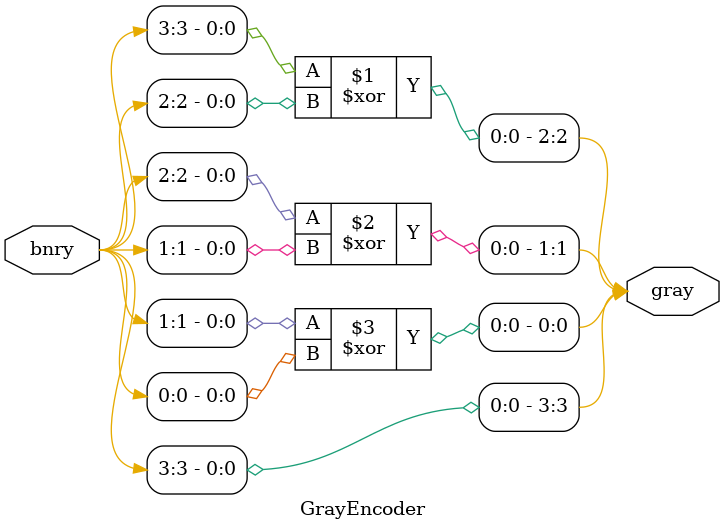
<source format=sv>
module GrayEncoder (
  input  [3:0] bnry,
  output [3:0] gray
);
    assign gray[3] = bnry[3];
  	assign gray[2] = bnry[3] ^ bnry[2];
    assign gray[1] = bnry[2] ^ bnry[1];
    assign gray[0] = bnry[1] ^ bnry[0];
endmodule

</source>
